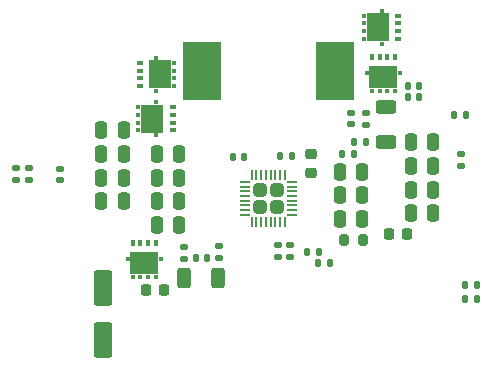
<source format=gbr>
%TF.GenerationSoftware,KiCad,Pcbnew,(6.0.9)*%
%TF.CreationDate,2023-01-25T10:50:16+01:00*%
%TF.ProjectId,BatteryManagementBoard,42617474-6572-4794-9d61-6e6167656d65,rev?*%
%TF.SameCoordinates,Original*%
%TF.FileFunction,Paste,Bot*%
%TF.FilePolarity,Positive*%
%FSLAX46Y46*%
G04 Gerber Fmt 4.6, Leading zero omitted, Abs format (unit mm)*
G04 Created by KiCad (PCBNEW (6.0.9)) date 2023-01-25 10:50:16*
%MOMM*%
%LPD*%
G01*
G04 APERTURE LIST*
G04 Aperture macros list*
%AMRoundRect*
0 Rectangle with rounded corners*
0 $1 Rounding radius*
0 $2 $3 $4 $5 $6 $7 $8 $9 X,Y pos of 4 corners*
0 Add a 4 corners polygon primitive as box body*
4,1,4,$2,$3,$4,$5,$6,$7,$8,$9,$2,$3,0*
0 Add four circle primitives for the rounded corners*
1,1,$1+$1,$2,$3*
1,1,$1+$1,$4,$5*
1,1,$1+$1,$6,$7*
1,1,$1+$1,$8,$9*
0 Add four rect primitives between the rounded corners*
20,1,$1+$1,$2,$3,$4,$5,0*
20,1,$1+$1,$4,$5,$6,$7,0*
20,1,$1+$1,$6,$7,$8,$9,0*
20,1,$1+$1,$8,$9,$2,$3,0*%
G04 Aperture macros list end*
%ADD10R,3.250000X5.000000*%
%ADD11RoundRect,0.135000X-0.185000X0.135000X-0.185000X-0.135000X0.185000X-0.135000X0.185000X0.135000X0*%
%ADD12RoundRect,0.135000X-0.135000X-0.185000X0.135000X-0.185000X0.135000X0.185000X-0.135000X0.185000X0*%
%ADD13RoundRect,0.250000X-0.250000X-0.475000X0.250000X-0.475000X0.250000X0.475000X-0.250000X0.475000X0*%
%ADD14R,0.430000X0.380000*%
%ADD15R,0.300000X0.400000*%
%ADD16R,1.980000X2.450000*%
%ADD17R,0.500000X0.350000*%
%ADD18RoundRect,0.140000X-0.170000X0.140000X-0.170000X-0.140000X0.170000X-0.140000X0.170000X0.140000X0*%
%ADD19RoundRect,0.250000X0.250000X0.475000X-0.250000X0.475000X-0.250000X-0.475000X0.250000X-0.475000X0*%
%ADD20RoundRect,0.250000X-0.550000X1.250000X-0.550000X-1.250000X0.550000X-1.250000X0.550000X1.250000X0*%
%ADD21RoundRect,0.135000X0.185000X-0.135000X0.185000X0.135000X-0.185000X0.135000X-0.185000X-0.135000X0*%
%ADD22RoundRect,0.225000X0.225000X0.250000X-0.225000X0.250000X-0.225000X-0.250000X0.225000X-0.250000X0*%
%ADD23RoundRect,0.250000X0.315000X0.315000X-0.315000X0.315000X-0.315000X-0.315000X0.315000X-0.315000X0*%
%ADD24RoundRect,0.050000X0.337500X0.050000X-0.337500X0.050000X-0.337500X-0.050000X0.337500X-0.050000X0*%
%ADD25RoundRect,0.050000X0.050000X0.337500X-0.050000X0.337500X-0.050000X-0.337500X0.050000X-0.337500X0*%
%ADD26RoundRect,0.225000X0.250000X-0.225000X0.250000X0.225000X-0.250000X0.225000X-0.250000X-0.225000X0*%
%ADD27R,0.380000X0.430000*%
%ADD28R,0.400000X0.300000*%
%ADD29R,2.450000X1.980000*%
%ADD30R,0.350000X0.500000*%
%ADD31RoundRect,0.140000X0.140000X0.170000X-0.140000X0.170000X-0.140000X-0.170000X0.140000X-0.170000X0*%
%ADD32RoundRect,0.135000X0.135000X0.185000X-0.135000X0.185000X-0.135000X-0.185000X0.135000X-0.185000X0*%
%ADD33RoundRect,0.250000X0.625000X-0.312500X0.625000X0.312500X-0.625000X0.312500X-0.625000X-0.312500X0*%
%ADD34RoundRect,0.140000X0.170000X-0.140000X0.170000X0.140000X-0.170000X0.140000X-0.170000X-0.140000X0*%
%ADD35RoundRect,0.218750X0.218750X0.256250X-0.218750X0.256250X-0.218750X-0.256250X0.218750X-0.256250X0*%
%ADD36RoundRect,0.140000X-0.140000X-0.170000X0.140000X-0.170000X0.140000X0.170000X-0.140000X0.170000X0*%
%ADD37RoundRect,0.250000X-0.312500X-0.625000X0.312500X-0.625000X0.312500X0.625000X-0.312500X0.625000X0*%
%ADD38RoundRect,0.200000X0.200000X0.275000X-0.200000X0.275000X-0.200000X-0.275000X0.200000X-0.275000X0*%
G04 APERTURE END LIST*
D10*
%TO.C,L301*%
X155625000Y-92000000D03*
X144375000Y-92000000D03*
%TD*%
D11*
%TO.C,R313*%
X129700000Y-100190000D03*
X129700000Y-101210000D03*
%TD*%
D12*
%TO.C,R505*%
X165720000Y-95710000D03*
X166740000Y-95710000D03*
%TD*%
D13*
%TO.C,C302*%
X162050000Y-100000000D03*
X163950000Y-100000000D03*
%TD*%
D12*
%TO.C,R302*%
X157240000Y-98000000D03*
X158260000Y-98000000D03*
%TD*%
D14*
%TO.C,Q302*%
X159610000Y-86850000D03*
X159610000Y-89650000D03*
D15*
X158110000Y-87275000D03*
X158110000Y-89225000D03*
X158110000Y-87925000D03*
X158110000Y-88575000D03*
D16*
X159250000Y-88250000D03*
D17*
X161010000Y-89225000D03*
X161010000Y-88575000D03*
X161010000Y-87275000D03*
X161010000Y-87925000D03*
%TD*%
D18*
%TO.C,C332*%
X150800000Y-106720000D03*
X150800000Y-107680000D03*
%TD*%
D13*
%TO.C,C304*%
X162050000Y-104000000D03*
X163950000Y-104000000D03*
%TD*%
D19*
%TO.C,C321*%
X142450000Y-105000000D03*
X140550000Y-105000000D03*
%TD*%
D15*
%TO.C,Q304*%
X139000000Y-96975000D03*
X139000000Y-95025000D03*
X139000000Y-95675000D03*
D14*
X140500000Y-97400000D03*
D16*
X140140000Y-96000000D03*
D14*
X140500000Y-94600000D03*
D15*
X139000000Y-96325000D03*
D17*
X141900000Y-96975000D03*
X141900000Y-95675000D03*
X141900000Y-95025000D03*
X141900000Y-96325000D03*
%TD*%
D19*
%TO.C,C306*%
X157950000Y-102500000D03*
X156050000Y-102500000D03*
%TD*%
D12*
%TO.C,R201*%
X166690000Y-111300000D03*
X167710000Y-111300000D03*
%TD*%
D20*
%TO.C,C401*%
X136000000Y-110300000D03*
X136000000Y-114700000D03*
%TD*%
D21*
%TO.C,R318*%
X151800000Y-107710000D03*
X151800000Y-106690000D03*
%TD*%
D11*
%TO.C,R316*%
X166300000Y-98990000D03*
X166300000Y-100010000D03*
%TD*%
D22*
%TO.C,C322*%
X141175000Y-110500000D03*
X139625000Y-110500000D03*
%TD*%
D13*
%TO.C,C301*%
X162050000Y-98000000D03*
X163950000Y-98000000D03*
%TD*%
%TO.C,C315*%
X135850000Y-103000000D03*
X137750000Y-103000000D03*
%TD*%
D23*
%TO.C,U301*%
X150700000Y-103450000D03*
X149300000Y-102050000D03*
X150700000Y-102050000D03*
X149300000Y-103450000D03*
D24*
X151987500Y-101350000D03*
X151987500Y-101750000D03*
X151987500Y-102150000D03*
X151987500Y-102550000D03*
X151987500Y-102950000D03*
X151987500Y-103350000D03*
X151987500Y-103750000D03*
X151987500Y-104150000D03*
D25*
X151400000Y-104737500D03*
X151000000Y-104737500D03*
X150600000Y-104737500D03*
X150200000Y-104737500D03*
X149800000Y-104737500D03*
X149400000Y-104737500D03*
X149000000Y-104737500D03*
X148600000Y-104737500D03*
D24*
X148012500Y-104150000D03*
X148012500Y-103750000D03*
X148012500Y-103350000D03*
X148012500Y-102950000D03*
X148012500Y-102550000D03*
X148012500Y-102150000D03*
X148012500Y-101750000D03*
X148012500Y-101350000D03*
D25*
X148600000Y-100762500D03*
X149000000Y-100762500D03*
X149400000Y-100762500D03*
X149800000Y-100762500D03*
X150200000Y-100762500D03*
X150600000Y-100762500D03*
X151000000Y-100762500D03*
X151400000Y-100762500D03*
%TD*%
D13*
%TO.C,C303*%
X162050000Y-102000000D03*
X163950000Y-102000000D03*
%TD*%
D12*
%TO.C,R202*%
X166690000Y-110100000D03*
X167710000Y-110100000D03*
%TD*%
D19*
%TO.C,C318*%
X142450000Y-99000000D03*
X140550000Y-99000000D03*
%TD*%
%TO.C,C320*%
X142450000Y-103000000D03*
X140550000Y-103000000D03*
%TD*%
D26*
%TO.C,C325*%
X153600000Y-100575000D03*
X153600000Y-99025000D03*
%TD*%
D27*
%TO.C,Q305*%
X138100000Y-107890000D03*
D28*
X140475000Y-109390000D03*
X138525000Y-109390000D03*
D27*
X140900000Y-107890000D03*
D28*
X139175000Y-109390000D03*
X139825000Y-109390000D03*
D29*
X139500000Y-108250000D03*
D30*
X140475000Y-106490000D03*
X139175000Y-106490000D03*
X138525000Y-106490000D03*
X139825000Y-106490000D03*
%TD*%
D31*
%TO.C,C308*%
X157230000Y-99000000D03*
X156270000Y-99000000D03*
%TD*%
D32*
%TO.C,R310*%
X154260000Y-107250000D03*
X153240000Y-107250000D03*
%TD*%
D11*
%TO.C,R306*%
X145800000Y-106790000D03*
X145800000Y-107810000D03*
%TD*%
D33*
%TO.C,R301*%
X160000000Y-97962500D03*
X160000000Y-95037500D03*
%TD*%
D34*
%TO.C,C309*%
X157000000Y-96480000D03*
X157000000Y-95520000D03*
%TD*%
D35*
%TO.C,F201*%
X161787500Y-105750000D03*
X160212500Y-105750000D03*
%TD*%
D36*
%TO.C,C310*%
X161820000Y-93200000D03*
X162780000Y-93200000D03*
%TD*%
D19*
%TO.C,C305*%
X157950000Y-104500000D03*
X156050000Y-104500000D03*
%TD*%
D13*
%TO.C,C316*%
X135850000Y-101000000D03*
X137750000Y-101000000D03*
%TD*%
D36*
%TO.C,C313*%
X147020000Y-99250000D03*
X147980000Y-99250000D03*
%TD*%
D34*
%TO.C,C333*%
X132400000Y-101180000D03*
X132400000Y-100220000D03*
%TD*%
D21*
%TO.C,R303*%
X158250000Y-96510000D03*
X158250000Y-95490000D03*
%TD*%
D37*
%TO.C,R304*%
X142837500Y-109500000D03*
X145762500Y-109500000D03*
%TD*%
D28*
%TO.C,Q301*%
X158775000Y-93640000D03*
D27*
X161150000Y-92140000D03*
D28*
X160725000Y-93640000D03*
X160075000Y-93640000D03*
X159425000Y-93640000D03*
D27*
X158350000Y-92140000D03*
D29*
X159750000Y-92500000D03*
D30*
X160725000Y-90740000D03*
X158775000Y-90740000D03*
X160075000Y-90740000D03*
X159425000Y-90740000D03*
%TD*%
D31*
%TO.C,C312*%
X151980000Y-99200000D03*
X151020000Y-99200000D03*
%TD*%
D16*
%TO.C,Q303*%
X140860000Y-92250000D03*
D14*
X140500000Y-93650000D03*
D15*
X142000000Y-91275000D03*
D14*
X140500000Y-90850000D03*
D15*
X142000000Y-93225000D03*
X142000000Y-92575000D03*
X142000000Y-91925000D03*
D17*
X139100000Y-91275000D03*
X139100000Y-91925000D03*
X139100000Y-93225000D03*
X139100000Y-92575000D03*
%TD*%
D13*
%TO.C,C314*%
X135850000Y-97000000D03*
X137750000Y-97000000D03*
%TD*%
D32*
%TO.C,R312*%
X155260000Y-108250000D03*
X154240000Y-108250000D03*
%TD*%
D38*
%TO.C,R307*%
X158025000Y-106300000D03*
X156375000Y-106300000D03*
%TD*%
D19*
%TO.C,C307*%
X157950000Y-100500000D03*
X156050000Y-100500000D03*
%TD*%
D36*
%TO.C,C323*%
X143840000Y-107800000D03*
X144800000Y-107800000D03*
%TD*%
D11*
%TO.C,R317*%
X128600000Y-100190000D03*
X128600000Y-101210000D03*
%TD*%
D19*
%TO.C,C319*%
X142450000Y-101000000D03*
X140550000Y-101000000D03*
%TD*%
D36*
%TO.C,C311*%
X161820000Y-94200000D03*
X162780000Y-94200000D03*
%TD*%
D13*
%TO.C,C317*%
X135850000Y-99000000D03*
X137750000Y-99000000D03*
%TD*%
D11*
%TO.C,R305*%
X142900000Y-106890000D03*
X142900000Y-107910000D03*
%TD*%
M02*

</source>
